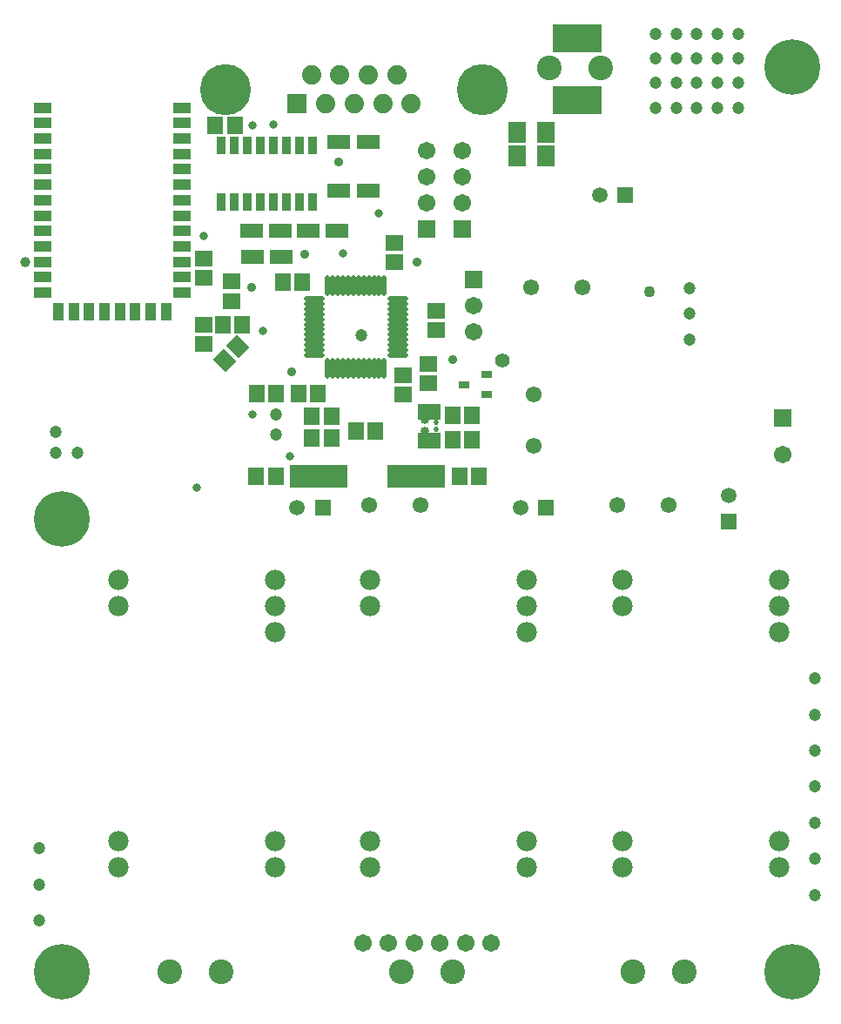
<source format=gbs>
G04*
G04 #@! TF.GenerationSoftware,Altium Limited,Altium Designer,19.1.8 (144)*
G04*
G04 Layer_Color=16711935*
%FSLAX24Y24*%
%MOIN*%
G70*
G01*
G75*
%ADD44R,0.0592X0.0671*%
%ADD45R,0.0671X0.0592*%
%ADD56C,0.0206*%
%ADD57C,0.0474*%
%ADD58C,0.0336*%
%ADD59R,0.0592X0.0592*%
%ADD60C,0.0592*%
%ADD61C,0.0611*%
%ADD62C,0.0671*%
%ADD63R,0.0671X0.0671*%
%ADD64R,0.0592X0.0592*%
%ADD65C,0.2127*%
%ADD66R,0.1852X0.1064*%
%ADD67C,0.0745*%
%ADD68R,0.0745X0.0745*%
%ADD69C,0.1954*%
%ADD70C,0.0946*%
%ADD71C,0.0780*%
%ADD72C,0.0316*%
%ADD73C,0.0552*%
%ADD74C,0.0356*%
%ADD75C,0.0434*%
%ADD76C,0.0395*%
G04:AMPARAMS|DCode=122|XSize=67.1mil|YSize=59.2mil|CornerRadius=0mil|HoleSize=0mil|Usage=FLASHONLY|Rotation=135.000|XOffset=0mil|YOffset=0mil|HoleType=Round|Shape=Rectangle|*
%AMROTATEDRECTD122*
4,1,4,0.0446,-0.0028,0.0028,-0.0446,-0.0446,0.0028,-0.0028,0.0446,0.0446,-0.0028,0.0*
%
%ADD122ROTATEDRECTD122*%

%ADD123R,0.0907X0.0592*%
%ADD124R,0.0434X0.0316*%
%ADD125R,0.0710X0.0789*%
%ADD126R,0.0671X0.0389*%
%ADD127R,0.0389X0.0671*%
%ADD128O,0.0198X0.0789*%
%ADD129O,0.0789X0.0198*%
%ADD130R,0.0867X0.0552*%
%ADD131R,0.0320X0.0680*%
%ADD132R,0.2245X0.0867*%
D44*
X11339Y22795D02*
D03*
X12087D02*
D03*
X9210Y21342D02*
D03*
X9958D02*
D03*
X17742Y21327D02*
D03*
X16994D02*
D03*
X17474Y22727D02*
D03*
X16726D02*
D03*
X17470Y23664D02*
D03*
X16722D02*
D03*
X10824Y24484D02*
D03*
X11572D02*
D03*
X10236Y28780D02*
D03*
X10984D02*
D03*
X7649Y34757D02*
D03*
X8397D02*
D03*
X9228Y24488D02*
D03*
X9976D02*
D03*
X7930Y27131D02*
D03*
X8678D02*
D03*
X11339Y23622D02*
D03*
X12087D02*
D03*
X13031Y23071D02*
D03*
X13780D02*
D03*
D45*
X14843Y25197D02*
D03*
Y24449D02*
D03*
X14488Y30276D02*
D03*
Y29528D02*
D03*
X15787Y24882D02*
D03*
Y25630D02*
D03*
X7187Y27139D02*
D03*
Y26391D02*
D03*
X8258Y28791D02*
D03*
Y28043D02*
D03*
X7195Y29672D02*
D03*
Y28924D02*
D03*
X16102Y26929D02*
D03*
Y27677D02*
D03*
D56*
X16092Y23122D02*
D03*
Y23398D02*
D03*
D57*
X24510Y35440D02*
D03*
X25297D02*
D03*
X26084D02*
D03*
X26872D02*
D03*
X27659D02*
D03*
Y36385D02*
D03*
X26872D02*
D03*
X26084D02*
D03*
X25297D02*
D03*
X24510D02*
D03*
X27659Y37330D02*
D03*
X26872D02*
D03*
X26084D02*
D03*
X25297D02*
D03*
X24510D02*
D03*
X27659Y38275D02*
D03*
X26872D02*
D03*
X26084D02*
D03*
X25297D02*
D03*
X24510D02*
D03*
X9961Y22937D02*
D03*
Y23688D02*
D03*
X25787Y26575D02*
D03*
Y28543D02*
D03*
Y27559D02*
D03*
X1522Y23044D02*
D03*
X2353Y22217D02*
D03*
X1520Y22229D02*
D03*
X13246Y26717D02*
D03*
X906Y7087D02*
D03*
Y5709D02*
D03*
X30591Y5315D02*
D03*
X906Y4331D02*
D03*
X30591Y6693D02*
D03*
Y13583D02*
D03*
Y12205D02*
D03*
Y10827D02*
D03*
Y9449D02*
D03*
Y8071D02*
D03*
D58*
X15675Y23486D02*
D03*
Y23053D02*
D03*
D59*
X11769Y20126D02*
D03*
X20311Y20138D02*
D03*
X23344Y32084D02*
D03*
D60*
X10785Y20126D02*
D03*
X19326Y20138D02*
D03*
X27294Y20594D02*
D03*
X22360Y32084D02*
D03*
D61*
X15501Y20236D02*
D03*
X13533D02*
D03*
X19830Y24458D02*
D03*
Y22490D02*
D03*
X23046Y20236D02*
D03*
X25015D02*
D03*
X21695Y28556D02*
D03*
X19726D02*
D03*
D62*
X29356Y22178D02*
D03*
X13287Y3477D02*
D03*
X14272D02*
D03*
X15256D02*
D03*
X16240D02*
D03*
X17224D02*
D03*
X18209D02*
D03*
X15721Y31800D02*
D03*
Y32800D02*
D03*
Y33800D02*
D03*
X17520Y26850D02*
D03*
Y27850D02*
D03*
X17097Y31800D02*
D03*
Y32800D02*
D03*
Y33800D02*
D03*
D63*
X29356Y23556D02*
D03*
X15721Y30800D02*
D03*
X17520Y28850D02*
D03*
X17097Y30800D02*
D03*
D64*
X27294Y19609D02*
D03*
D65*
X29724Y37008D02*
D03*
X29724Y2362D02*
D03*
X1772D02*
D03*
X1772Y19685D02*
D03*
D66*
X21495Y35729D02*
D03*
Y38091D02*
D03*
D67*
X15144Y35583D02*
D03*
X14598Y36701D02*
D03*
X14053Y35583D02*
D03*
X13508Y36701D02*
D03*
X12963Y35583D02*
D03*
X12417Y36701D02*
D03*
X11872Y35583D02*
D03*
X11327Y36701D02*
D03*
D68*
X10781Y35583D02*
D03*
D69*
X8043Y36142D02*
D03*
X17882D02*
D03*
D70*
X22411Y36958D02*
D03*
X20443D02*
D03*
X23622Y2362D02*
D03*
X25591D02*
D03*
X14764D02*
D03*
X16732D02*
D03*
X5906D02*
D03*
X7874D02*
D03*
D71*
X23228Y16378D02*
D03*
Y17378D02*
D03*
Y7378D02*
D03*
Y6378D02*
D03*
X29228D02*
D03*
Y7378D02*
D03*
Y15378D02*
D03*
Y16378D02*
D03*
Y17378D02*
D03*
X13566Y16350D02*
D03*
Y17350D02*
D03*
Y7350D02*
D03*
Y6350D02*
D03*
X19566D02*
D03*
Y7350D02*
D03*
Y15350D02*
D03*
Y16350D02*
D03*
Y17350D02*
D03*
X3920Y16350D02*
D03*
Y17350D02*
D03*
Y7350D02*
D03*
Y6350D02*
D03*
X9920D02*
D03*
Y7350D02*
D03*
Y15350D02*
D03*
Y16350D02*
D03*
Y17350D02*
D03*
D72*
X10518Y22095D02*
D03*
X12519Y29856D02*
D03*
X9064Y34772D02*
D03*
X13889Y31414D02*
D03*
X6925Y20911D02*
D03*
X9473Y26885D02*
D03*
X7195Y30545D02*
D03*
X9064Y23700D02*
D03*
X9865Y34790D02*
D03*
D73*
X18627Y25767D02*
D03*
D74*
X16732Y25787D02*
D03*
X11068Y29822D02*
D03*
X12354Y33375D02*
D03*
X9021Y28553D02*
D03*
X10555Y25318D02*
D03*
X15354Y29528D02*
D03*
D75*
X24255Y28390D02*
D03*
D76*
X366Y29537D02*
D03*
D122*
X8518Y26290D02*
D03*
X7989Y25761D02*
D03*
D123*
X15831Y22710D02*
D03*
Y23813D02*
D03*
D124*
X17165Y24843D02*
D03*
X18031Y24469D02*
D03*
Y25217D02*
D03*
D125*
X20295Y33602D02*
D03*
X19193D02*
D03*
X20295Y34504D02*
D03*
X19193D02*
D03*
D126*
X1042Y35445D02*
D03*
Y34854D02*
D03*
Y34264D02*
D03*
Y33673D02*
D03*
Y33083D02*
D03*
Y32492D02*
D03*
Y31902D02*
D03*
Y31311D02*
D03*
Y30721D02*
D03*
Y30130D02*
D03*
Y29539D02*
D03*
Y28949D02*
D03*
Y28358D02*
D03*
X6357D02*
D03*
Y28949D02*
D03*
Y29539D02*
D03*
Y30130D02*
D03*
Y30721D02*
D03*
Y31311D02*
D03*
Y31902D02*
D03*
Y32492D02*
D03*
Y33083D02*
D03*
Y33673D02*
D03*
Y34264D02*
D03*
Y34854D02*
D03*
Y35445D02*
D03*
D127*
X1632Y27620D02*
D03*
X2223D02*
D03*
X2813D02*
D03*
X3404D02*
D03*
X3994D02*
D03*
X4585D02*
D03*
X5175D02*
D03*
X5766D02*
D03*
D128*
X14114Y25453D02*
D03*
X13917D02*
D03*
X13720D02*
D03*
X13524D02*
D03*
X13327D02*
D03*
X13130D02*
D03*
X12933D02*
D03*
X12736D02*
D03*
X12539D02*
D03*
X12343D02*
D03*
X12146D02*
D03*
X11949D02*
D03*
Y28642D02*
D03*
X12146D02*
D03*
X12343D02*
D03*
X12539D02*
D03*
X12736D02*
D03*
X12933D02*
D03*
X13130D02*
D03*
X13327D02*
D03*
X13524D02*
D03*
X13720D02*
D03*
X13917D02*
D03*
X14114D02*
D03*
D129*
X11437Y25965D02*
D03*
Y26161D02*
D03*
Y26358D02*
D03*
Y26555D02*
D03*
Y26752D02*
D03*
Y26949D02*
D03*
Y27146D02*
D03*
Y27343D02*
D03*
Y27539D02*
D03*
Y27736D02*
D03*
Y27933D02*
D03*
Y28130D02*
D03*
X14626D02*
D03*
Y27933D02*
D03*
Y27736D02*
D03*
Y27539D02*
D03*
Y27343D02*
D03*
Y27146D02*
D03*
Y26949D02*
D03*
Y26752D02*
D03*
Y26555D02*
D03*
Y26358D02*
D03*
Y26161D02*
D03*
Y25965D02*
D03*
D130*
X12385Y34120D02*
D03*
X13487D02*
D03*
Y32250D02*
D03*
X12385D02*
D03*
X11194Y30735D02*
D03*
X12296D02*
D03*
X10141D02*
D03*
X9038D02*
D03*
X10174Y29729D02*
D03*
X9072D02*
D03*
D131*
X7865Y33985D02*
D03*
Y31835D02*
D03*
X8365Y33985D02*
D03*
X8865D02*
D03*
X8365Y31835D02*
D03*
X8865D02*
D03*
X9365Y33985D02*
D03*
Y31835D02*
D03*
X9865Y33985D02*
D03*
Y31835D02*
D03*
X10365Y33985D02*
D03*
X10865D02*
D03*
X10365Y31835D02*
D03*
X10865D02*
D03*
X11365Y33985D02*
D03*
Y31835D02*
D03*
D132*
X15335Y21339D02*
D03*
X11594D02*
D03*
M02*

</source>
